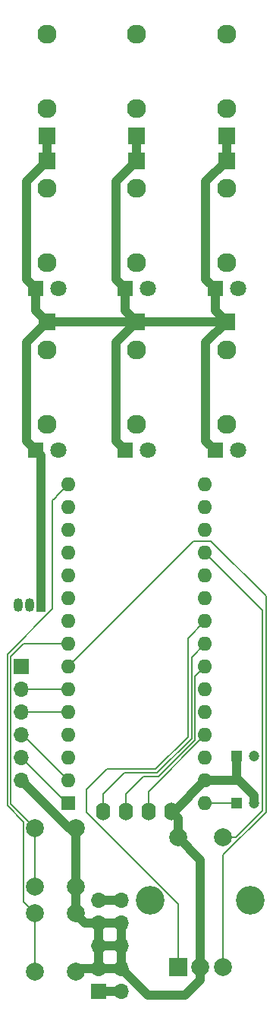
<source format=gbr>
%TF.GenerationSoftware,KiCad,Pcbnew,6.0.11-2627ca5db0~126~ubuntu22.04.1*%
%TF.CreationDate,2023-07-09T22:08:17+03:00*%
%TF.ProjectId,gtoe,67746f65-2e6b-4696-9361-645f70636258,rev?*%
%TF.SameCoordinates,Original*%
%TF.FileFunction,Copper,L1,Top*%
%TF.FilePolarity,Positive*%
%FSLAX46Y46*%
G04 Gerber Fmt 4.6, Leading zero omitted, Abs format (unit mm)*
G04 Created by KiCad (PCBNEW 6.0.11-2627ca5db0~126~ubuntu22.04.1) date 2023-07-09 22:08:17*
%MOMM*%
%LPD*%
G01*
G04 APERTURE LIST*
%TA.AperFunction,ComponentPad*%
%ADD10R,1.930000X1.830000*%
%TD*%
%TA.AperFunction,ComponentPad*%
%ADD11C,2.130000*%
%TD*%
%TA.AperFunction,ComponentPad*%
%ADD12C,2.000000*%
%TD*%
%TA.AperFunction,ComponentPad*%
%ADD13R,1.800000X1.800000*%
%TD*%
%TA.AperFunction,ComponentPad*%
%ADD14C,1.800000*%
%TD*%
%TA.AperFunction,ComponentPad*%
%ADD15O,1.600000X2.000000*%
%TD*%
%TA.AperFunction,ComponentPad*%
%ADD16R,2.000000X2.000000*%
%TD*%
%TA.AperFunction,ComponentPad*%
%ADD17C,3.200000*%
%TD*%
%TA.AperFunction,ComponentPad*%
%ADD18R,1.200000X1.200000*%
%TD*%
%TA.AperFunction,ComponentPad*%
%ADD19C,1.200000*%
%TD*%
%TA.AperFunction,ComponentPad*%
%ADD20R,1.600000X1.600000*%
%TD*%
%TA.AperFunction,ComponentPad*%
%ADD21O,1.600000X1.600000*%
%TD*%
%TA.AperFunction,ComponentPad*%
%ADD22R,1.700000X1.700000*%
%TD*%
%TA.AperFunction,ComponentPad*%
%ADD23O,1.700000X1.700000*%
%TD*%
%TA.AperFunction,ComponentPad*%
%ADD24R,1.050000X1.500000*%
%TD*%
%TA.AperFunction,ComponentPad*%
%ADD25O,1.050000X1.500000*%
%TD*%
%TA.AperFunction,Conductor*%
%ADD26C,0.200000*%
%TD*%
%TA.AperFunction,Conductor*%
%ADD27C,1.000000*%
%TD*%
G04 APERTURE END LIST*
D10*
%TO.P,J9,S*%
%TO.N,GND*%
X124800000Y-52780000D03*
D11*
%TO.P,J9,T*%
%TO.N,Net-(J9-PadT)*%
X124800000Y-41380000D03*
%TO.P,J9,TN*%
%TO.N,unconnected-(J9-PadTN)*%
X124800000Y-49680000D03*
%TD*%
D12*
%TO.P,SW3,1*%
%TO.N,SHIFT BTN*%
X103450000Y-146000000D03*
X103450000Y-139500000D03*
%TO.P,SW3,2*%
%TO.N,GND*%
X107950000Y-139500000D03*
X107950000Y-146000000D03*
%TD*%
D13*
%TO.P,D5,1,K*%
%TO.N,GND*%
X113530000Y-87800000D03*
D14*
%TO.P,D5,2,A*%
%TO.N,Net-(D5-Pad2)*%
X116070000Y-87800000D03*
%TD*%
D10*
%TO.P,J2,S*%
%TO.N,GND*%
X114800000Y-55520000D03*
D11*
%TO.P,J2,T*%
%TO.N,Net-(J2-PadT)*%
X114800000Y-66920000D03*
%TO.P,J2,TN*%
%TO.N,unconnected-(J2-PadTN)*%
X114800000Y-58620000D03*
%TD*%
D15*
%TO.P,Screen,1,GND*%
%TO.N,GND*%
X118621000Y-128100000D03*
%TO.P,Screen,2,VCC*%
%TO.N,+5V*%
X116081000Y-128100000D03*
%TO.P,Screen,3,SCL*%
%TO.N,I2C SCL*%
X113541000Y-128100000D03*
%TO.P,Screen,4,SDA*%
%TO.N,I2C SDA*%
X111000000Y-128100000D03*
%TD*%
D10*
%TO.P,J5,S*%
%TO.N,GND*%
X114800000Y-73520000D03*
D11*
%TO.P,J5,T*%
%TO.N,Net-(J5-PadT)*%
X114800000Y-84920000D03*
%TO.P,J5,TN*%
%TO.N,unconnected-(J5-PadTN)*%
X114800000Y-76620000D03*
%TD*%
D13*
%TO.P,D4,1,K*%
%TO.N,GND*%
X103530000Y-87800000D03*
D14*
%TO.P,D4,2,A*%
%TO.N,Net-(D4-Pad2)*%
X106070000Y-87800000D03*
%TD*%
D13*
%TO.P,D3,1,K*%
%TO.N,GND*%
X123530000Y-69800000D03*
D14*
%TO.P,D3,2,A*%
%TO.N,Net-(D3-Pad2)*%
X126070000Y-69800000D03*
%TD*%
D10*
%TO.P,J3,S*%
%TO.N,GND*%
X124800000Y-55520000D03*
D11*
%TO.P,J3,T*%
%TO.N,Net-(J3-PadT)*%
X124800000Y-66920000D03*
%TO.P,J3,TN*%
%TO.N,unconnected-(J3-PadTN)*%
X124800000Y-58620000D03*
%TD*%
D13*
%TO.P,D2,1,K*%
%TO.N,GND*%
X113530000Y-69800000D03*
D14*
%TO.P,D2,2,A*%
%TO.N,Net-(D2-Pad2)*%
X116070000Y-69800000D03*
%TD*%
D16*
%TO.P,SW2,A,A*%
%TO.N,ENC_D1*%
X119400000Y-145500000D03*
D12*
%TO.P,SW2,B,B*%
%TO.N,ENC_D2*%
X124400000Y-145500000D03*
%TO.P,SW2,C,C*%
%TO.N,GND*%
X121900000Y-145500000D03*
D17*
%TO.P,SW2,MP*%
%TO.N,N/C*%
X116300000Y-138000000D03*
X127500000Y-138000000D03*
D12*
%TO.P,SW2,S1,S1*%
%TO.N,ENC_BTN*%
X124400000Y-131000000D03*
%TO.P,SW2,S2,S2*%
%TO.N,GND*%
X119400000Y-131000000D03*
%TD*%
D10*
%TO.P,J8,S*%
%TO.N,GND*%
X114800000Y-52780000D03*
D11*
%TO.P,J8,T*%
%TO.N,Net-(J8-PadT)*%
X114800000Y-41380000D03*
%TO.P,J8,TN*%
%TO.N,unconnected-(J8-PadTN)*%
X114800000Y-49680000D03*
%TD*%
D10*
%TO.P,J6,S*%
%TO.N,GND*%
X124800000Y-73520000D03*
D11*
%TO.P,J6,T*%
%TO.N,Net-(J6-PadT)*%
X124800000Y-84920000D03*
%TO.P,J6,TN*%
%TO.N,unconnected-(J6-PadTN)*%
X124800000Y-76620000D03*
%TD*%
D10*
%TO.P,J1,S*%
%TO.N,GND*%
X104800000Y-55520000D03*
D11*
%TO.P,J1,T*%
%TO.N,Net-(J1-PadT)*%
X104800000Y-66920000D03*
%TO.P,J1,TN*%
%TO.N,unconnected-(J1-PadTN)*%
X104800000Y-58620000D03*
%TD*%
D13*
%TO.P,D6,1,K*%
%TO.N,GND*%
X123530000Y-87800000D03*
D14*
%TO.P,D6,2,A*%
%TO.N,Net-(D6-Pad2)*%
X126070000Y-87800000D03*
%TD*%
D13*
%TO.P,D1,1,K*%
%TO.N,GND*%
X103530000Y-69800000D03*
D14*
%TO.P,D1,2,A*%
%TO.N,Net-(D1-Pad2)*%
X106070000Y-69800000D03*
%TD*%
D10*
%TO.P,J4,S*%
%TO.N,GND*%
X104800000Y-73520000D03*
D11*
%TO.P,J4,T*%
%TO.N,Net-(J4-PadT)*%
X104800000Y-84920000D03*
%TO.P,J4,TN*%
%TO.N,unconnected-(J4-PadTN)*%
X104800000Y-76620000D03*
%TD*%
D10*
%TO.P,J7,S*%
%TO.N,GND*%
X104800000Y-52780000D03*
D11*
%TO.P,J7,T*%
%TO.N,Net-(J7-PadT)*%
X104800000Y-41380000D03*
%TO.P,J7,TN*%
%TO.N,unconnected-(J7-PadTN)*%
X104800000Y-49680000D03*
%TD*%
D12*
%TO.P,SW1,1*%
%TO.N,START STOP BTN*%
X103450000Y-136500000D03*
X103450000Y-130000000D03*
%TO.P,SW1,2*%
%TO.N,GND*%
X107950000Y-130000000D03*
X107950000Y-136500000D03*
%TD*%
D18*
%TO.P,C1,1*%
%TO.N,+12V*%
X125900000Y-127200000D03*
D19*
%TO.P,C1,2*%
%TO.N,GND*%
X127900000Y-127200000D03*
%TD*%
D20*
%TO.P,A1,1,D1/TX*%
%TO.N,Serial Out*%
X107175000Y-127200000D03*
D21*
%TO.P,A1,2,D0/RX*%
%TO.N,Serial In*%
X107175000Y-124660000D03*
%TO.P,A1,3,~{RESET}*%
%TO.N,unconnected-(A1-Pad3)*%
X107175000Y-122120000D03*
%TO.P,A1,4,GND*%
%TO.N,GND*%
X107175000Y-119580000D03*
%TO.P,A1,5,D2*%
%TO.N,DIGITAL INPUT*%
X107175000Y-117040000D03*
%TO.P,A1,6,D3*%
%TO.N,24ppqn OUT*%
X107175000Y-114500000D03*
%TO.P,A1,7,D4*%
%TO.N,ENC_D2*%
X107175000Y-111960000D03*
%TO.P,A1,8,D5*%
%TO.N,START STOP BTN*%
X107175000Y-109420000D03*
%TO.P,A1,9,D6*%
%TO.N,Channel 4*%
X107175000Y-106880000D03*
%TO.P,A1,10,D7*%
%TO.N,Channel 1*%
X107175000Y-104340000D03*
%TO.P,A1,11,D8*%
%TO.N,Channel 2*%
X107175000Y-101800000D03*
%TO.P,A1,12,D9*%
%TO.N,Channel 5*%
X107175000Y-99260000D03*
%TO.P,A1,13,D10*%
%TO.N,Channel 3*%
X107175000Y-96720000D03*
%TO.P,A1,14,D11*%
%TO.N,Channel 6*%
X107175000Y-94180000D03*
%TO.P,A1,15,D12*%
%TO.N,SHIFT BTN*%
X107175000Y-91640000D03*
%TO.P,A1,16,D13*%
%TO.N,unconnected-(A1-Pad16)*%
X122415000Y-91640000D03*
%TO.P,A1,17,3V3*%
%TO.N,unconnected-(A1-Pad17)*%
X122415000Y-94180000D03*
%TO.P,A1,18,AREF*%
%TO.N,unconnected-(A1-Pad18)*%
X122415000Y-96720000D03*
%TO.P,A1,19,A0*%
%TO.N,ENC_BTN*%
X122415000Y-99260000D03*
%TO.P,A1,20,A1*%
%TO.N,unconnected-(A1-Pad20)*%
X122415000Y-101800000D03*
%TO.P,A1,21,A2*%
%TO.N,unconnected-(A1-Pad21)*%
X122415000Y-104340000D03*
%TO.P,A1,22,A3*%
%TO.N,ENC_D1*%
X122415000Y-106880000D03*
%TO.P,A1,23,A4*%
%TO.N,I2C SDA*%
X122415000Y-109420000D03*
%TO.P,A1,24,A5*%
%TO.N,I2C SCL*%
X122415000Y-111960000D03*
%TO.P,A1,25,A6*%
%TO.N,CV2 INPUT*%
X122415000Y-114500000D03*
%TO.P,A1,26,A7*%
%TO.N,CV1 INPUT*%
X122415000Y-117040000D03*
%TO.P,A1,27,+5V*%
%TO.N,+5V*%
X122415000Y-119580000D03*
%TO.P,A1,28,~{RESET}*%
%TO.N,unconnected-(A1-Pad28)*%
X122415000Y-122120000D03*
%TO.P,A1,29,GND*%
%TO.N,GND*%
X122415000Y-124660000D03*
%TO.P,A1,30,VIN*%
%TO.N,+12V*%
X122415000Y-127200000D03*
%TD*%
D22*
%TO.P,J11,1,Pin_1*%
%TO.N,GND*%
X101900000Y-111950000D03*
D23*
%TO.P,J11,2,Pin_2*%
%TO.N,24ppqn OUT*%
X101900000Y-114490000D03*
%TO.P,J11,3,Pin_3*%
%TO.N,DIGITAL INPUT*%
X101900000Y-117030000D03*
%TO.P,J11,4,Pin_4*%
%TO.N,Serial In*%
X101900000Y-119570000D03*
%TO.P,J11,5,Pin_5*%
%TO.N,Serial Out*%
X101900000Y-122110000D03*
%TO.P,J11,6,Pin_6*%
%TO.N,GND*%
X101900000Y-124650000D03*
%TD*%
D18*
%TO.P,C2,1*%
%TO.N,GND*%
X125900000Y-121900000D03*
D19*
%TO.P,C2,2*%
%TO.N,-12V*%
X127900000Y-121900000D03*
%TD*%
D24*
%TO.P,Q1,1,E*%
%TO.N,GND*%
X104100000Y-105100000D03*
D25*
%TO.P,Q1,2,B*%
%TO.N,Net-(D7-Pad1)*%
X102830000Y-105100000D03*
%TO.P,Q1,3,C*%
%TO.N,DIGITAL INPUT*%
X101560000Y-105100000D03*
%TD*%
D22*
%TO.P,RED,1,Pin_1*%
%TO.N,Net-(D12-Pad1)*%
X110525000Y-148160000D03*
D23*
%TO.P,RED,2,Pin_2*%
X113065000Y-148160000D03*
%TO.P,RED,3,Pin_3*%
%TO.N,GND*%
X110525000Y-145620000D03*
%TO.P,RED,4,Pin_4*%
X113065000Y-145620000D03*
%TO.P,RED,5,Pin_5*%
X110525000Y-143080000D03*
%TO.P,RED,6,Pin_6*%
X113065000Y-143080000D03*
%TO.P,RED,7,Pin_7*%
X110525000Y-140540000D03*
%TO.P,RED,8,Pin_8*%
X113065000Y-140540000D03*
%TO.P,RED,9,Pin_9*%
%TO.N,Net-(D13-Pad2)*%
X110525000Y-138000000D03*
%TO.P,RED,10,Pin_10*%
X113065000Y-138000000D03*
%TD*%
D26*
%TO.N,Serial Out*%
X107175000Y-127200000D02*
X106990000Y-127200000D01*
X106990000Y-127200000D02*
X101900000Y-122110000D01*
%TO.N,Serial In*%
X107175000Y-124660000D02*
X102085000Y-119570000D01*
X102085000Y-119570000D02*
X101900000Y-119570000D01*
D27*
%TO.N,GND*%
X124800000Y-55520000D02*
X122500000Y-57820000D01*
X113065000Y-145620000D02*
X116045000Y-148600000D01*
X113530000Y-69800000D02*
X113530000Y-72250000D01*
X112500000Y-86770000D02*
X113530000Y-87800000D01*
X116045000Y-148600000D02*
X120214213Y-148600000D01*
X114800000Y-73520000D02*
X104800000Y-73520000D01*
X104800000Y-73520000D02*
X102500000Y-75820000D01*
X102500000Y-75820000D02*
X102500000Y-86770000D01*
X112500000Y-68770000D02*
X113530000Y-69800000D01*
X102500000Y-57820000D02*
X102500000Y-68770000D01*
X110525000Y-145620000D02*
X110525000Y-143080000D01*
X118621000Y-128100000D02*
X118975000Y-128100000D01*
X122415000Y-124660000D02*
X126208528Y-124660000D01*
X110525000Y-140540000D02*
X110525000Y-143080000D01*
X103530000Y-72250000D02*
X104800000Y-73520000D01*
X126208528Y-124660000D02*
X127900000Y-126351472D01*
X124800000Y-73520000D02*
X114800000Y-73520000D01*
X107950000Y-136500000D02*
X107950000Y-130000000D01*
X113065000Y-143080000D02*
X113065000Y-145620000D01*
X123530000Y-72250000D02*
X124800000Y-73520000D01*
X114800000Y-55520000D02*
X112500000Y-57820000D01*
X122500000Y-57820000D02*
X122500000Y-68770000D01*
X113065000Y-140540000D02*
X110525000Y-140540000D01*
X114800000Y-52780000D02*
X114800000Y-55520000D01*
X102500000Y-86770000D02*
X103530000Y-87800000D01*
X123530000Y-69800000D02*
X123530000Y-72250000D01*
X110525000Y-145620000D02*
X108330000Y-145620000D01*
X121900000Y-145500000D02*
X121900000Y-133500000D01*
X110525000Y-143080000D02*
X113065000Y-143080000D01*
X125900000Y-124351472D02*
X126208528Y-124660000D01*
X124800000Y-52780000D02*
X124800000Y-55520000D01*
X124800000Y-73520000D02*
X122500000Y-75820000D01*
X127900000Y-126351472D02*
X127900000Y-127200000D01*
X121900000Y-133500000D02*
X119400000Y-131000000D01*
X120214213Y-148600000D02*
X121900000Y-146914213D01*
X104100000Y-105100000D02*
X104100000Y-88370000D01*
X121900000Y-146914213D02*
X121900000Y-145500000D01*
X108990000Y-140540000D02*
X107950000Y-139500000D01*
X122500000Y-86770000D02*
X123530000Y-87800000D01*
X103530000Y-69800000D02*
X103530000Y-72250000D01*
X119400000Y-131000000D02*
X119400000Y-128879000D01*
X118975000Y-128100000D02*
X122415000Y-124660000D01*
X122500000Y-68770000D02*
X123530000Y-69800000D01*
X112500000Y-57820000D02*
X112500000Y-68770000D01*
X102500000Y-68770000D02*
X103530000Y-69800000D01*
X107950000Y-130000000D02*
X107250000Y-130000000D01*
X122500000Y-75820000D02*
X122500000Y-86770000D01*
X113065000Y-145620000D02*
X110525000Y-145620000D01*
X104800000Y-52780000D02*
X104800000Y-55520000D01*
X113065000Y-143080000D02*
X113065000Y-140540000D01*
X110525000Y-140540000D02*
X108990000Y-140540000D01*
X108330000Y-145620000D02*
X107950000Y-146000000D01*
X112500000Y-75820000D02*
X112500000Y-86770000D01*
X114800000Y-73520000D02*
X112500000Y-75820000D01*
X119400000Y-128879000D02*
X118621000Y-128100000D01*
X104100000Y-88370000D02*
X103530000Y-87800000D01*
X107950000Y-139500000D02*
X107950000Y-136500000D01*
X104800000Y-55520000D02*
X102500000Y-57820000D01*
X113530000Y-72250000D02*
X114800000Y-73520000D01*
X125900000Y-121900000D02*
X125900000Y-124351472D01*
X107250000Y-130000000D02*
X101900000Y-124650000D01*
D26*
%TO.N,DIGITAL INPUT*%
X107175000Y-117040000D02*
X101910000Y-117040000D01*
X101910000Y-117040000D02*
X101900000Y-117030000D01*
%TO.N,ENC_D2*%
X123100000Y-98000000D02*
X121135000Y-98000000D01*
X124400000Y-132979899D02*
X129200000Y-128179898D01*
X124400000Y-145500000D02*
X124400000Y-132979899D01*
X129200000Y-128179898D02*
X129200000Y-104100000D01*
X129200000Y-104100000D02*
X123100000Y-98000000D01*
X121135000Y-98000000D02*
X107175000Y-111960000D01*
%TO.N,ENC_D1*%
X116897943Y-123400000D02*
X120514658Y-119783285D01*
X109200000Y-128212994D02*
X109200000Y-125700000D01*
X109200000Y-125700000D02*
X111500000Y-123400000D01*
X111500000Y-123400000D02*
X116897943Y-123400000D01*
X119400000Y-145500000D02*
X119400000Y-138412994D01*
X120514658Y-119783285D02*
X120514658Y-108780342D01*
X119400000Y-138412994D02*
X109200000Y-128212994D01*
X120514658Y-108780342D02*
X122415000Y-106880000D01*
%TO.N,START STOP BTN*%
X103450000Y-136500000D02*
X103450000Y-130000000D01*
X103450000Y-130000000D02*
X100750000Y-127300000D01*
X100750000Y-110800000D02*
X102130000Y-109420000D01*
X100750000Y-127300000D02*
X100750000Y-110800000D01*
X102130000Y-109420000D02*
X107175000Y-109420000D01*
%TO.N,SHIFT BTN*%
X105600000Y-93200000D02*
X105400000Y-93400000D01*
X100350000Y-127465685D02*
X100350000Y-110634314D01*
X107175000Y-91640000D02*
X106075000Y-92740000D01*
X102150000Y-129265686D02*
X100350000Y-127465685D01*
X105400000Y-105500000D02*
X100350000Y-110550000D01*
X105400000Y-103300000D02*
X105400000Y-105500000D01*
X106060000Y-92740000D02*
X105600000Y-93200000D01*
X105400000Y-93400000D02*
X105400000Y-103300000D01*
X103450000Y-139500000D02*
X102150000Y-138200000D01*
X103450000Y-146000000D02*
X103450000Y-139500000D01*
X106075000Y-92740000D02*
X106060000Y-92740000D01*
X102150000Y-138200000D02*
X102150000Y-129265686D01*
%TO.N,24ppqn OUT*%
X107175000Y-114500000D02*
X101910000Y-114500000D01*
X101910000Y-114500000D02*
X101900000Y-114490000D01*
%TO.N,ENC_BTN*%
X128800000Y-105645000D02*
X122415000Y-99260000D01*
X125814213Y-131000000D02*
X128800000Y-128014213D01*
X124400000Y-131000000D02*
X125814213Y-131000000D01*
X128800000Y-128014213D02*
X128800000Y-105645000D01*
%TO.N,I2C SDA*%
X117063629Y-123800000D02*
X113403000Y-123800000D01*
X113403000Y-123800000D02*
X111000000Y-126203000D01*
X111000000Y-126203000D02*
X111000000Y-128100000D01*
X122415000Y-109420000D02*
X120914658Y-110920342D01*
X120914658Y-119948971D02*
X117063629Y-123800000D01*
X120914658Y-110920342D02*
X120914658Y-119948971D01*
%TO.N,I2C SCL*%
X113541000Y-126202000D02*
X113541000Y-128100000D01*
X122415000Y-111960000D02*
X121314658Y-113060342D01*
X121314658Y-113060342D02*
X121314658Y-120114657D01*
X121314658Y-120114657D02*
X117229315Y-124200000D01*
X117229315Y-124200000D02*
X115543000Y-124200000D01*
X115543000Y-124200000D02*
X113541000Y-126202000D01*
%TO.N,+5V*%
X116081000Y-125914000D02*
X116081000Y-128100000D01*
X122415000Y-119580000D02*
X116081000Y-125914000D01*
%TO.N,+12V*%
X125900000Y-127200000D02*
X122415000Y-127200000D01*
D27*
%TO.N,Net-(D12-Pad1)*%
X113065000Y-148160000D02*
X110525000Y-148160000D01*
%TO.N,Net-(D13-Pad2)*%
X113065000Y-138000000D02*
X110525000Y-138000000D01*
%TD*%
M02*

</source>
